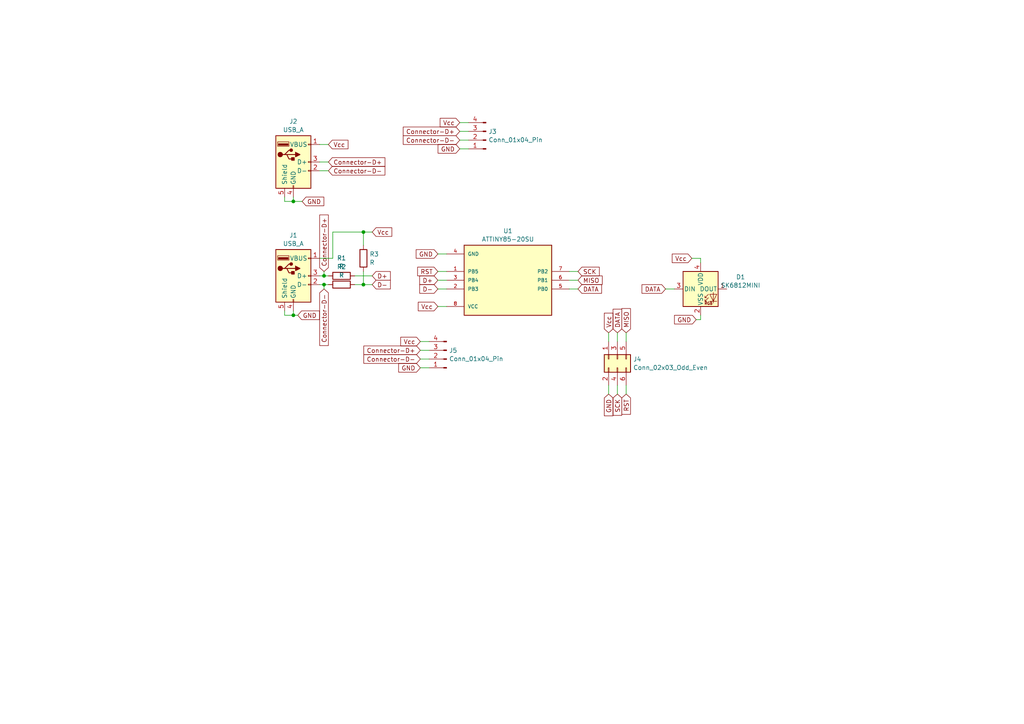
<source format=kicad_sch>
(kicad_sch (version 20230121) (generator eeschema)
  (paper "A4")
  (lib_symbols
    (symbol "ATTINY85-20SU:ATTINY85-20SU" (pin_names (offset 1.016))
      (property "Reference" "U" (at -12.7 11.1506 0))
      (property "Value" "ATTINY85-20SU" (at -12.7 -14.1478 0))
      (symbol "ATTINY85-20SU_0_0"
        (rectangle (start -12.7 -10.16) (end 12.7 10.16) (stroke (width 0.254)) (fill (type background)))
        (pin bidirectional line (at 17.78 -2.54 180) (length 5.08) (name "PB5") (number "1"))
        (pin bidirectional line (at 17.78 2.54 180) (length 5.08) (name "PB3") (number "2"))
        (pin bidirectional line (at 17.78 0 180) (length 5.08) (name "PB4") (number "3"))
        (pin power_in line (at 17.78 -7.62 180) (length 5.08) (name "GND") (number "4"))
        (pin bidirectional line (at -17.78 2.54 0) (length 5.08) (name "PB0") (number "5"))
        (pin bidirectional line (at -17.78 0 0) (length 5.08) (name "PB1") (number "6"))
        (pin bidirectional line (at -17.78 -2.54 0) (length 5.08) (name "PB2") (number "7"))
        (pin power_in line (at 17.78 7.62 180) (length 5.08) (name "VCC") (number "8"))
      )
    )
    (symbol "Connector:Conn_01x04_Pin" (pin_names (offset 1.016) hide)
      (property "Reference" "J" (at 0 5.08 0))
      (property "Value" "Conn_01x04_Pin" (at 0 -7.62 0))
      (symbol "Conn_01x04_Pin_1_1"
        (polyline (pts (xy 1.27 -5.08) (xy 0.8636 -5.08)) (stroke (width 0.1524)))
        (polyline (pts (xy 1.27 -2.54) (xy 0.8636 -2.54)) (stroke (width 0.1524)))
        (polyline (pts (xy 1.27 0) (xy 0.8636 0)) (stroke (width 0.1524)))
        (polyline (pts (xy 1.27 2.54) (xy 0.8636 2.54)) (stroke (width 0.1524)))
        (rectangle (start 0.8636 -4.953) (end 0 -5.207) (stroke (width 0.1524)) (fill (type outline)))
        (rectangle (start 0.8636 -2.413) (end 0 -2.667) (stroke (width 0.1524)) (fill (type outline)))
        (rectangle (start 0.8636 0.127) (end 0 -0.127) (stroke (width 0.1524)) (fill (type outline)))
        (rectangle (start 0.8636 2.667) (end 0 2.413) (stroke (width 0.1524)) (fill (type outline)))
        (pin passive line (at 5.08 2.54 180) (length 3.81) (name "Pin_1") (number "1"))
        (pin passive line (at 5.08 0 180) (length 3.81) (name "Pin_2") (number "2"))
        (pin passive line (at 5.08 -2.54 180) (length 3.81) (name "Pin_3") (number "3"))
        (pin passive line (at 5.08 -5.08 180) (length 3.81) (name "Pin_4") (number "4"))
      )
    )
    (symbol "Connector:USB_A" (pin_names (offset 1.016))
      (property "Reference" "J" (at -5.08 11.43 0))
      (property "Value" "USB_A" (at -5.08 8.89 0))
      (symbol "USB_A_0_1"
        (rectangle (start -5.08 -7.62) (end 5.08 7.62) (stroke (width 0.254)) (fill (type background)))
        (circle (center -3.81 2.159) (radius 0.635) (stroke (width 0.254)) (fill (type outline)))
        (rectangle (start -1.524 4.826) (end -4.318 5.334) (fill (type outline)))
        (rectangle (start -1.27 4.572) (end -4.572 5.842))
        (circle (center -0.635 3.429) (radius 0.381) (stroke (width 0.254)) (fill (type outline)))
        (rectangle (start -0.127 -7.62) (end 0.127 -6.858))
        (polyline (pts (xy -3.175 2.159) (xy -2.54 2.159) (xy -1.27 3.429) (xy -0.635 3.429)) (stroke (width 0.254)))
        (polyline (pts (xy -2.54 2.159) (xy -1.905 2.159) (xy -1.27 0.889) (xy 0 0.889)) (stroke (width 0.254)))
        (polyline (pts (xy 0.635 2.794) (xy 0.635 1.524) (xy 1.905 2.159) (xy 0.635 2.794)) (stroke (width 0.254)) (fill (type outline)))
        (rectangle (start 0.254 1.27) (end -0.508 0.508) (stroke (width 0.254)) (fill (type outline)))
        (rectangle (start 5.08 -2.667) (end 4.318 -2.413))
        (rectangle (start 5.08 -0.127) (end 4.318 0.127))
        (rectangle (start 5.08 4.953) (end 4.318 5.207))
      )
      (symbol "USB_A_1_1"
        (polyline (pts (xy -1.905 2.159) (xy 0.635 2.159)) (stroke (width 0.254)))
        (pin power_in line (at 7.62 5.08 180) (length 2.54) (name "VBUS") (number "1"))
        (pin bidirectional line (at 7.62 -2.54 180) (length 2.54) (name "D-") (number "2"))
        (pin bidirectional line (at 7.62 0 180) (length 2.54) (name "D+") (number "3"))
        (pin power_in line (at 0 -10.16 90) (length 2.54) (name "GND") (number "4"))
        (pin passive line (at -2.54 -10.16 90) (length 2.54) (name "Shield") (number "5"))
      )
    )
    (symbol "Connector_Generic:Conn_02x03_Odd_Even" (pin_names (offset 1.016) hide)
      (property "Reference" "J" (at 1.27 5.08 0))
      (property "Value" "Conn_02x03_Odd_Even" (at 1.27 -5.08 0))
      (symbol "Conn_02x03_Odd_Even_1_1"
        (rectangle (start -1.27 -2.413) (end 0 -2.667) (stroke (width 0.1524)))
        (rectangle (start -1.27 0.127) (end 0 -0.127) (stroke (width 0.1524)))
        (rectangle (start -1.27 2.667) (end 0 2.413) (stroke (width 0.1524)))
        (rectangle (start -1.27 3.81) (end 3.81 -3.81) (stroke (width 0.254)) (fill (type background)))
        (rectangle (start 3.81 -2.413) (end 2.54 -2.667) (stroke (width 0.1524)))
        (rectangle (start 3.81 0.127) (end 2.54 -0.127) (stroke (width 0.1524)))
        (rectangle (start 3.81 2.667) (end 2.54 2.413) (stroke (width 0.1524)))
        (pin passive line (at -5.08 2.54 0) (length 3.81) (name "Pin_1") (number "1"))
        (pin passive line (at 7.62 2.54 180) (length 3.81) (name "Pin_2") (number "2"))
        (pin passive line (at -5.08 0 0) (length 3.81) (name "Pin_3") (number "3"))
        (pin passive line (at 7.62 0 180) (length 3.81) (name "Pin_4") (number "4"))
        (pin passive line (at -5.08 -2.54 0) (length 3.81) (name "Pin_5") (number "5"))
        (pin passive line (at 7.62 -2.54 180) (length 3.81) (name "Pin_6") (number "6"))
      )
    )
    (symbol "Device:R" (pin_numbers hide) (pin_names (offset 0))
      (property "Reference" "R" (at 2.032 0 90))
      (property "Value" "R" (at 0 0 90))
      (symbol "R_0_1"
        (rectangle (start -1.016 -2.54) (end 1.016 2.54) (stroke (width 0.254)))
      )
      (symbol "R_1_1"
        (pin passive line (at 0 3.81 270) (length 1.27) (name "~") (number "1"))
        (pin passive line (at 0 -3.81 90) (length 1.27) (name "~") (number "2"))
      )
    )
    (symbol "LED:SK6812MINI" (pin_names (offset 0.254))
      (property "Reference" "D" (at 5.08 5.715 0))
      (property "Value" "SK6812MINI" (at 1.27 -5.715 0))
      (symbol "SK6812MINI_0_0"
        (text "RGB" (at 2.286 -4.191 0) (effects (font (size 0.762 0.762))))
      )
      (symbol "SK6812MINI_0_1"
        (polyline (pts (xy 1.27 -3.556) (xy 1.778 -3.556)))
        (polyline (pts (xy 1.27 -2.54) (xy 1.778 -2.54)))
        (polyline (pts (xy 4.699 -3.556) (xy 2.667 -3.556)))
        (polyline (pts (xy 2.286 -2.54) (xy 1.27 -3.556) (xy 1.27 -3.048)))
        (polyline (pts (xy 2.286 -1.524) (xy 1.27 -2.54) (xy 1.27 -2.032)))
        (polyline (pts (xy 3.683 -1.016) (xy 3.683 -3.556) (xy 3.683 -4.064)))
        (polyline (pts (xy 4.699 -1.524) (xy 2.667 -1.524) (xy 3.683 -3.556) (xy 4.699 -1.524)))
        (rectangle (start 5.08 5.08) (end -5.08 -5.08) (stroke (width 0.254)) (fill (type background)))
      )
      (symbol "SK6812MINI_1_1"
        (pin output line (at 7.62 0 180) (length 2.54) (name "DOUT") (number "1"))
        (pin power_in line (at 0 -7.62 90) (length 2.54) (name "VSS") (number "2"))
        (pin input line (at -7.62 0 0) (length 2.54) (name "DIN") (number "3"))
        (pin power_in line (at 0 7.62 270) (length 2.54) (name "VDD") (number "4"))
      )
    )
  )
  (junction (at 85.09 58.42))
  (junction (at 93.98 80.01))
  (junction (at 85.09 91.44))
  (junction (at 93.98 82.55))
  (junction (at 105.41 82.55))
  (junction (at 105.41 67.31))
  (wire (pts (xy 127 83.82) (xy 129.54 83.82)))
  (wire (pts (xy 121.92 104.14) (xy 124.46 104.14)))
  (wire (pts (xy 179.07 96.52) (xy 179.07 99.06)))
  (wire (pts (xy 92.71 74.93) (xy 96.52 74.93)))
  (wire (pts (xy 201.93 92.71) (xy 203.2 92.71)))
  (wire (pts (xy 82.55 58.42) (xy 85.09 58.42)))
  (wire (pts (xy 133.35 35.56) (xy 135.89 35.56)))
  (wire (pts (xy 85.09 90.17) (xy 85.09 91.44)))
  (wire (pts (xy 82.55 57.15) (xy 82.55 58.42)))
  (wire (pts (xy 96.52 67.31) (xy 105.41 67.31)))
  (wire (pts (xy 176.53 111.76) (xy 176.53 114.3)))
  (wire (pts (xy 121.92 106.68) (xy 124.46 106.68)))
  (wire (pts (xy 165.1 83.82) (xy 167.64 83.82)))
  (wire (pts (xy 92.71 49.53) (xy 95.25 49.53)))
  (wire (pts (xy 82.55 90.17) (xy 82.55 91.44)))
  (wire (pts (xy 92.71 80.01) (xy 93.98 80.01)))
  (wire (pts (xy 105.41 82.55) (xy 107.95 82.55)))
  (wire (pts (xy 102.87 80.01) (xy 107.95 80.01)))
  (wire (pts (xy 127 78.74) (xy 129.54 78.74)))
  (wire (pts (xy 85.09 57.15) (xy 85.09 58.42)))
  (wire (pts (xy 200.66 74.93) (xy 203.2 74.93)))
  (wire (pts (xy 203.2 74.93) (xy 203.2 76.2)))
  (wire (pts (xy 92.71 82.55) (xy 93.98 82.55)))
  (wire (pts (xy 105.41 67.31) (xy 105.41 71.12)))
  (wire (pts (xy 93.98 78.74) (xy 93.98 80.01)))
  (wire (pts (xy 93.98 82.55) (xy 95.25 82.55)))
  (wire (pts (xy 127 88.9) (xy 129.54 88.9)))
  (wire (pts (xy 133.35 43.18) (xy 135.89 43.18)))
  (wire (pts (xy 176.53 96.52) (xy 176.53 99.06)))
  (wire (pts (xy 85.09 58.42) (xy 87.63 58.42)))
  (wire (pts (xy 121.92 101.6) (xy 124.46 101.6)))
  (wire (pts (xy 127 81.28) (xy 129.54 81.28)))
  (wire (pts (xy 121.92 99.06) (xy 124.46 99.06)))
  (wire (pts (xy 133.35 40.64) (xy 135.89 40.64)))
  (wire (pts (xy 193.04 83.82) (xy 195.58 83.82)))
  (wire (pts (xy 82.55 91.44) (xy 85.09 91.44)))
  (wire (pts (xy 92.71 46.99) (xy 95.25 46.99)))
  (wire (pts (xy 85.09 91.44) (xy 86.36 91.44)))
  (wire (pts (xy 133.35 38.1) (xy 135.89 38.1)))
  (wire (pts (xy 165.1 78.74) (xy 167.64 78.74)))
  (wire (pts (xy 203.2 92.71) (xy 203.2 91.44)))
  (wire (pts (xy 105.41 82.55) (xy 105.41 78.74)))
  (wire (pts (xy 102.87 82.55) (xy 105.41 82.55)))
  (wire (pts (xy 93.98 82.55) (xy 93.98 83.82)))
  (wire (pts (xy 181.61 96.52) (xy 181.61 99.06)))
  (wire (pts (xy 93.98 80.01) (xy 95.25 80.01)))
  (wire (pts (xy 179.07 111.76) (xy 179.07 114.3)))
  (wire (pts (xy 165.1 81.28) (xy 167.64 81.28)))
  (wire (pts (xy 127 73.66) (xy 129.54 73.66)))
  (wire (pts (xy 181.61 111.76) (xy 181.61 114.3)))
  (wire (pts (xy 96.52 74.93) (xy 96.52 67.31)))
  (wire (pts (xy 105.41 67.31) (xy 107.95 67.31)))
  (wire (pts (xy 92.71 41.91) (xy 95.25 41.91)))
  (global_label "MISO" (shape input) (at 181.61 96.52 90) (property "Intersheetrefs" "${INTERSHEET_REFS}" (effects hide)))
  (global_label "Connector-D-" (shape input) (at 133.35 40.64 180) (property "Intersheetrefs" "${INTERSHEET_REFS}" (effects hide)))
  (global_label "Connector-D-" (shape input) (at 121.92 104.14 180) (property "Intersheetrefs" "${INTERSHEET_REFS}" (effects hide)))
  (global_label "DATA" (shape input) (at 179.07 96.52 90) (property "Intersheetrefs" "${INTERSHEET_REFS}" (effects hide)))
  (global_label "Vcc" (shape input) (at 107.95 67.31 0) (property "Intersheetrefs" "${INTERSHEET_REFS}" (effects hide)))
  (global_label "DATA" (shape input) (at 193.04 83.82 180) (property "Intersheetrefs" "${INTERSHEET_REFS}" (effects hide)))
  (global_label "GND" (shape input) (at 201.93 92.71 180) (property "Intersheetrefs" "${INTERSHEET_REFS}" (effects hide)))
  (global_label "D+" (shape input) (at 107.95 80.01 0) (property "Intersheetrefs" "${INTERSHEET_REFS}" (effects hide)))
  (global_label "Vcc" (shape input) (at 176.53 96.52 90) (property "Intersheetrefs" "${INTERSHEET_REFS}" (effects hide)))
  (global_label "GND" (shape input) (at 133.35 43.18 180) (property "Intersheetrefs" "${INTERSHEET_REFS}" (effects hide)))
  (global_label "Vcc" (shape input) (at 133.35 35.56 180) (property "Intersheetrefs" "${INTERSHEET_REFS}" (effects hide)))
  (global_label "GND" (shape input) (at 87.63 58.42 0) (property "Intersheetrefs" "${INTERSHEET_REFS}" (effects hide)))
  (global_label "Connector-D+" (shape input) (at 93.98 78.74 90) (property "Intersheetrefs" "${INTERSHEET_REFS}" (effects hide)))
  (global_label "Vcc" (shape input) (at 200.66 74.93 180) (property "Intersheetrefs" "${INTERSHEET_REFS}" (effects hide)))
  (global_label "DATA" (shape input) (at 167.64 83.82 0) (property "Intersheetrefs" "${INTERSHEET_REFS}" (effects hide)))
  (global_label "RST" (shape input) (at 127 78.74 180) (property "Intersheetrefs" "${INTERSHEET_REFS}" (effects hide)))
  (global_label "Vcc" (shape input) (at 121.92 99.06 180) (property "Intersheetrefs" "${INTERSHEET_REFS}" (effects hide)))
  (global_label "SCK" (shape input) (at 179.07 114.3 270) (property "Intersheetrefs" "${INTERSHEET_REFS}" (effects hide)))
  (global_label "GND" (shape input) (at 127 73.66 180) (property "Intersheetrefs" "${INTERSHEET_REFS}" (effects hide)))
  (global_label "Connector-D-" (shape input) (at 95.25 49.53 0) (property "Intersheetrefs" "${INTERSHEET_REFS}" (effects hide)))
  (global_label "SCK" (shape input) (at 167.64 78.74 0) (property "Intersheetrefs" "${INTERSHEET_REFS}" (effects hide)))
  (global_label "Connector-D+" (shape input) (at 95.25 46.99 0) (property "Intersheetrefs" "${INTERSHEET_REFS}" (effects hide)))
  (global_label "Connector-D+" (shape input) (at 121.92 101.6 180) (property "Intersheetrefs" "${INTERSHEET_REFS}" (effects hide)))
  (global_label "D+" (shape input) (at 127 81.28 180) (property "Intersheetrefs" "${INTERSHEET_REFS}" (effects hide)))
  (global_label "GND" (shape input) (at 176.53 114.3 270) (property "Intersheetrefs" "${INTERSHEET_REFS}" (effects hide)))
  (global_label "D-" (shape input) (at 107.95 82.55 0) (property "Intersheetrefs" "${INTERSHEET_REFS}" (effects hide)))
  (global_label "MISO" (shape input) (at 167.64 81.28 0) (property "Intersheetrefs" "${INTERSHEET_REFS}" (effects hide)))
  (global_label "Connector-D-" (shape input) (at 93.98 83.82 270) (property "Intersheetrefs" "${INTERSHEET_REFS}" (effects hide)))
  (global_label "Vcc" (shape input) (at 95.25 41.91 0) (property "Intersheetrefs" "${INTERSHEET_REFS}" (effects hide)))
  (global_label "GND" (shape input) (at 121.92 106.68 180) (property "Intersheetrefs" "${INTERSHEET_REFS}" (effects hide)))
  (global_label "GND" (shape input) (at 86.36 91.44 0) (property "Intersheetrefs" "${INTERSHEET_REFS}" (effects hide)))
  (global_label "Connector-D+" (shape input) (at 133.35 38.1 180) (property "Intersheetrefs" "${INTERSHEET_REFS}" (effects hide)))
  (global_label "RST" (shape input) (at 181.61 114.3 270) (property "Intersheetrefs" "${INTERSHEET_REFS}" (effects hide)))
  (global_label "D-" (shape input) (at 127 83.82 180) (property "Intersheetrefs" "${INTERSHEET_REFS}" (effects hide)))
  (global_label "Vcc" (shape input) (at 127 88.9 180) (property "Intersheetrefs" "${INTERSHEET_REFS}" (effects hide)))
  (symbol (lib_id "ATTINY85-20SU:ATTINY85-20SU") (at 147.32 81.28 180) (unit 1)
    (property "Reference" "U1" (at 147.32 66.9757 0))
    (property "Value" "ATTINY85-20SU" (at 147.32 69.3999 0))
    (property "Footprint" "SOIC127P798X216-8N:SOIC127P798X216-8N" (effects hide))
    (property "AVAILABILITY" "Good" (effects hide))
    (property "PARTREV" "2586Q–AVR–08/2013" (effects hide))
    (property "MF" "Microchip Technology" (effects hide))
    (property "PURCHASE-URL" "https://pricing.snapeda.com/search/part/ATTINY85V-10SU/?ref=eda" (effects hide))
    (property "PACKAGE" "None" (effects hide))
    (property "PRICE" "None" (effects hide))
    (property "MP" "ATTINY85V-10SU" (effects hide))
    (property "DESCRIPTION" "IC MCU 8BIT 8KB FLASH 8SOIC" (effects hide))
    (property "MAXIMUM_PACKAGE_HEIGHT" "2.16 mm" (effects hide))
  )
  (symbol (lib_id "Connector:USB_A") (at 85.09 46.99 0) (unit 1)
    (property "Reference" "J2" (at 85.09 35.2257 0))
    (property "Value" "USB_A" (at 85.09 37.6499 0))
    (property "Footprint" "Connectors:usb-PCB" (effects hide))
    (property "Datasheet" " ~" (effects hide))
  )
  (symbol (lib_id "Connector:Conn_01x04_Pin") (at 140.97 40.64 180) (unit 1)
    (property "Reference" "J3" (at 141.6812 38.1579 0) (effects (justify right)))
    (property "Value" "Conn_01x04_Pin" (at 141.6812 40.5821 0) (effects (justify right)))
    (property "Footprint" "Connector_PinHeader_2.54mm:PinHeader_1x04_P2.54mm_Vertical" (effects hide))
  )
  (symbol (lib_id "LED:SK6812MINI") (at 203.2 83.82 0) (unit 1)
    (property "Reference" "D1" (at 214.8077 80.3458 0))
    (property "Value" "SK6812MINI" (at 214.8077 82.77 0))
    (property "Footprint" "LED_SMD:LED_SK6812MINI_PLCC4_3.5x3.5mm_P1.75mm" (effects hide))
    (property "Datasheet" "https://cdn-shop.adafruit.com/product-files/2686/SK6812MINI_REV.01-1-2.pdf" (effects hide))
  )
  (symbol (lib_id "Device:R") (at 105.41 74.93 180) (unit 1)
    (property "Reference" "R3" (at 107.188 73.7179 0) (effects (justify right)))
    (property "Value" "R" (at 107.188 76.1421 0) (effects (justify right)))
    (property "Footprint" "Resistor_SMD:R_0805_2012Metric_Pad1.20x1.40mm_HandSolder" (effects hide))
  )
  (symbol (lib_id "Device:R") (at 99.06 82.55 90) (unit 1)
    (property "Reference" "R2" (at 99.06 77.3897 90))
    (property "Value" "R" (at 99.06 79.8139 90))
    (property "Footprint" "Resistor_SMD:R_0805_2012Metric_Pad1.20x1.40mm_HandSolder" (effects hide))
  )
  (symbol (lib_id "Device:R") (at 99.06 80.01 90) (unit 1)
    (property "Reference" "R1" (at 99.06 74.8497 90))
    (property "Value" "R" (at 99.06 77.2739 90))
    (property "Footprint" "Resistor_SMD:R_0805_2012Metric_Pad1.20x1.40mm_HandSolder" (effects hide))
  )
  (symbol (lib_id "Connector:Conn_01x04_Pin") (at 129.54 104.14 180) (unit 1)
    (property "Reference" "J5" (at 130.2512 101.6579 0) (effects (justify right)))
    (property "Value" "Conn_01x04_Pin" (at 130.2512 104.0821 0) (effects (justify right)))
    (property "Footprint" "Connector_PinHeader_2.54mm:PinHeader_1x04_P2.54mm_Vertical" (effects hide))
  )
  (symbol (lib_id "Connector:USB_A") (at 85.09 80.01 0) (unit 1)
    (property "Reference" "J1" (at 85.09 68.2457 0))
    (property "Value" "USB_A" (at 85.09 70.6699 0))
    (property "Footprint" "Connectors:usb-PCB" (effects hide))
    (property "Datasheet" " ~" (effects hide))
  )
  (symbol (lib_id "Connector_Generic:Conn_02x03_Odd_Even") (at 179.07 104.14 90) (mirror x) (unit 1)
    (property "Reference" "J4" (at 183.642 104.1979 90) (effects (justify right)))
    (property "Value" "Conn_02x03_Odd_Even" (at 183.642 106.6221 90) (effects (justify right)))
    (property "Footprint" "Connector_PinHeader_2.54mm:PinHeader_2x03_P2.54mm_Vertical" (effects hide))
  )
)
</source>
